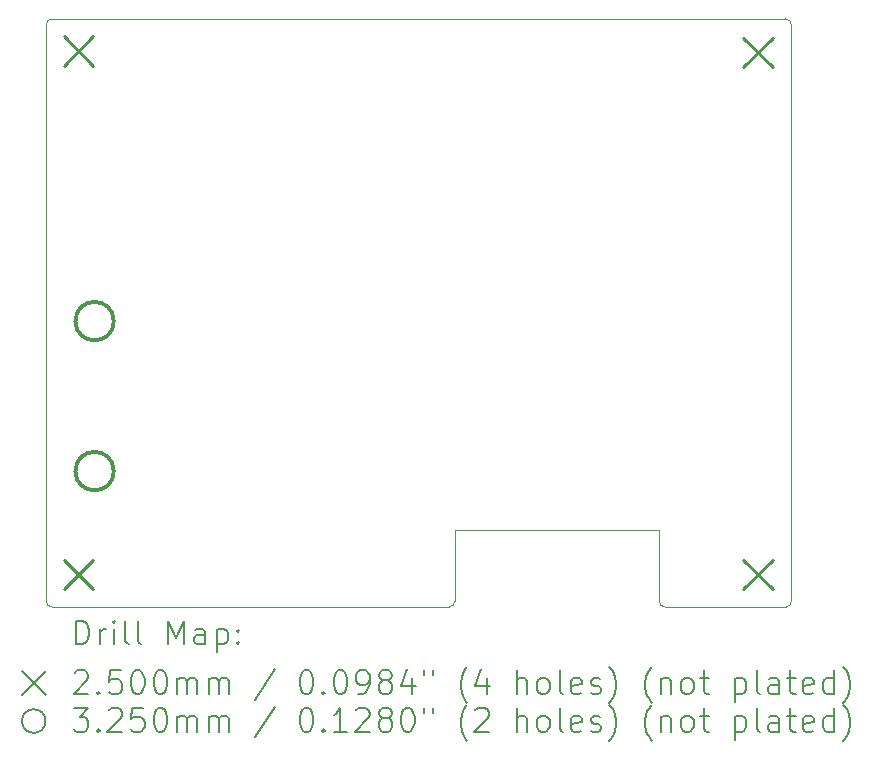
<source format=gbr>
%FSLAX45Y45*%
G04 Gerber Fmt 4.5, Leading zero omitted, Abs format (unit mm)*
G04 Created by KiCad (PCBNEW (6.0.1-0)) date 2022-01-18 00:38:37*
%MOMM*%
%LPD*%
G01*
G04 APERTURE LIST*
%TA.AperFunction,Profile*%
%ADD10C,0.100000*%
%TD*%
%ADD11C,0.200000*%
%ADD12C,0.250000*%
%ADD13C,0.325000*%
G04 APERTURE END LIST*
D10*
X5273200Y-15596800D02*
G75*
G03*
X5323200Y-15646800I50000J0D01*
G01*
X11533200Y-10666800D02*
X5323200Y-10666800D01*
X8683200Y-15646800D02*
X5323200Y-15646800D01*
X11533200Y-15646800D02*
X10513200Y-15646800D01*
X10463200Y-15596800D02*
G75*
G03*
X10513200Y-15646800I50000J0D01*
G01*
X11533200Y-15646800D02*
G75*
G03*
X11583200Y-15596800I0J50000D01*
G01*
X11583200Y-15596800D02*
X11583200Y-10716800D01*
X10463200Y-14996800D02*
X8733200Y-14996800D01*
X5273200Y-15596800D02*
X5273200Y-10716800D01*
X11583200Y-10716800D02*
G75*
G03*
X11533200Y-10666800I-50000J0D01*
G01*
X10463200Y-15596800D02*
X10463200Y-14996800D01*
X5323200Y-10666800D02*
G75*
G03*
X5273200Y-10716800I0J-50000D01*
G01*
X8683200Y-15646800D02*
G75*
G03*
X8733200Y-15596800I0J50000D01*
G01*
X8733200Y-14996800D02*
X8733200Y-15596800D01*
D11*
D12*
X5423200Y-10813100D02*
X5673200Y-11063100D01*
X5673200Y-10813100D02*
X5423200Y-11063100D01*
X5423200Y-15245400D02*
X5673200Y-15495400D01*
X5673200Y-15245400D02*
X5423200Y-15495400D01*
X11176300Y-10825800D02*
X11426300Y-11075800D01*
X11426300Y-10825800D02*
X11176300Y-11075800D01*
X11176300Y-15245400D02*
X11426300Y-15495400D01*
X11426300Y-15245400D02*
X11176300Y-15495400D01*
D13*
X5845750Y-13225650D02*
G75*
G03*
X5845750Y-13225650I-162500J0D01*
G01*
X5845750Y-14495650D02*
G75*
G03*
X5845750Y-14495650I-162500J0D01*
G01*
D11*
X5525819Y-15962276D02*
X5525819Y-15762276D01*
X5573438Y-15762276D01*
X5602009Y-15771800D01*
X5621057Y-15790848D01*
X5630581Y-15809895D01*
X5640105Y-15847990D01*
X5640105Y-15876562D01*
X5630581Y-15914657D01*
X5621057Y-15933705D01*
X5602009Y-15952752D01*
X5573438Y-15962276D01*
X5525819Y-15962276D01*
X5725819Y-15962276D02*
X5725819Y-15828943D01*
X5725819Y-15867038D02*
X5735343Y-15847990D01*
X5744867Y-15838467D01*
X5763914Y-15828943D01*
X5782962Y-15828943D01*
X5849628Y-15962276D02*
X5849628Y-15828943D01*
X5849628Y-15762276D02*
X5840105Y-15771800D01*
X5849628Y-15781324D01*
X5859152Y-15771800D01*
X5849628Y-15762276D01*
X5849628Y-15781324D01*
X5973438Y-15962276D02*
X5954390Y-15952752D01*
X5944867Y-15933705D01*
X5944867Y-15762276D01*
X6078200Y-15962276D02*
X6059152Y-15952752D01*
X6049628Y-15933705D01*
X6049628Y-15762276D01*
X6306771Y-15962276D02*
X6306771Y-15762276D01*
X6373438Y-15905133D01*
X6440105Y-15762276D01*
X6440105Y-15962276D01*
X6621057Y-15962276D02*
X6621057Y-15857514D01*
X6611533Y-15838467D01*
X6592486Y-15828943D01*
X6554390Y-15828943D01*
X6535343Y-15838467D01*
X6621057Y-15952752D02*
X6602009Y-15962276D01*
X6554390Y-15962276D01*
X6535343Y-15952752D01*
X6525819Y-15933705D01*
X6525819Y-15914657D01*
X6535343Y-15895609D01*
X6554390Y-15886086D01*
X6602009Y-15886086D01*
X6621057Y-15876562D01*
X6716295Y-15828943D02*
X6716295Y-16028943D01*
X6716295Y-15838467D02*
X6735343Y-15828943D01*
X6773438Y-15828943D01*
X6792486Y-15838467D01*
X6802009Y-15847990D01*
X6811533Y-15867038D01*
X6811533Y-15924181D01*
X6802009Y-15943228D01*
X6792486Y-15952752D01*
X6773438Y-15962276D01*
X6735343Y-15962276D01*
X6716295Y-15952752D01*
X6897248Y-15943228D02*
X6906771Y-15952752D01*
X6897248Y-15962276D01*
X6887724Y-15952752D01*
X6897248Y-15943228D01*
X6897248Y-15962276D01*
X6897248Y-15838467D02*
X6906771Y-15847990D01*
X6897248Y-15857514D01*
X6887724Y-15847990D01*
X6897248Y-15838467D01*
X6897248Y-15857514D01*
X5068200Y-16191800D02*
X5268200Y-16391800D01*
X5268200Y-16191800D02*
X5068200Y-16391800D01*
X5516295Y-16201324D02*
X5525819Y-16191800D01*
X5544867Y-16182276D01*
X5592486Y-16182276D01*
X5611533Y-16191800D01*
X5621057Y-16201324D01*
X5630581Y-16220371D01*
X5630581Y-16239419D01*
X5621057Y-16267990D01*
X5506771Y-16382276D01*
X5630581Y-16382276D01*
X5716295Y-16363228D02*
X5725819Y-16372752D01*
X5716295Y-16382276D01*
X5706771Y-16372752D01*
X5716295Y-16363228D01*
X5716295Y-16382276D01*
X5906771Y-16182276D02*
X5811533Y-16182276D01*
X5802009Y-16277514D01*
X5811533Y-16267990D01*
X5830581Y-16258467D01*
X5878200Y-16258467D01*
X5897248Y-16267990D01*
X5906771Y-16277514D01*
X5916295Y-16296562D01*
X5916295Y-16344181D01*
X5906771Y-16363228D01*
X5897248Y-16372752D01*
X5878200Y-16382276D01*
X5830581Y-16382276D01*
X5811533Y-16372752D01*
X5802009Y-16363228D01*
X6040105Y-16182276D02*
X6059152Y-16182276D01*
X6078200Y-16191800D01*
X6087724Y-16201324D01*
X6097248Y-16220371D01*
X6106771Y-16258467D01*
X6106771Y-16306086D01*
X6097248Y-16344181D01*
X6087724Y-16363228D01*
X6078200Y-16372752D01*
X6059152Y-16382276D01*
X6040105Y-16382276D01*
X6021057Y-16372752D01*
X6011533Y-16363228D01*
X6002009Y-16344181D01*
X5992486Y-16306086D01*
X5992486Y-16258467D01*
X6002009Y-16220371D01*
X6011533Y-16201324D01*
X6021057Y-16191800D01*
X6040105Y-16182276D01*
X6230581Y-16182276D02*
X6249628Y-16182276D01*
X6268676Y-16191800D01*
X6278200Y-16201324D01*
X6287724Y-16220371D01*
X6297248Y-16258467D01*
X6297248Y-16306086D01*
X6287724Y-16344181D01*
X6278200Y-16363228D01*
X6268676Y-16372752D01*
X6249628Y-16382276D01*
X6230581Y-16382276D01*
X6211533Y-16372752D01*
X6202009Y-16363228D01*
X6192486Y-16344181D01*
X6182962Y-16306086D01*
X6182962Y-16258467D01*
X6192486Y-16220371D01*
X6202009Y-16201324D01*
X6211533Y-16191800D01*
X6230581Y-16182276D01*
X6382962Y-16382276D02*
X6382962Y-16248943D01*
X6382962Y-16267990D02*
X6392486Y-16258467D01*
X6411533Y-16248943D01*
X6440105Y-16248943D01*
X6459152Y-16258467D01*
X6468676Y-16277514D01*
X6468676Y-16382276D01*
X6468676Y-16277514D02*
X6478200Y-16258467D01*
X6497248Y-16248943D01*
X6525819Y-16248943D01*
X6544867Y-16258467D01*
X6554390Y-16277514D01*
X6554390Y-16382276D01*
X6649628Y-16382276D02*
X6649628Y-16248943D01*
X6649628Y-16267990D02*
X6659152Y-16258467D01*
X6678200Y-16248943D01*
X6706771Y-16248943D01*
X6725819Y-16258467D01*
X6735343Y-16277514D01*
X6735343Y-16382276D01*
X6735343Y-16277514D02*
X6744867Y-16258467D01*
X6763914Y-16248943D01*
X6792486Y-16248943D01*
X6811533Y-16258467D01*
X6821057Y-16277514D01*
X6821057Y-16382276D01*
X7211533Y-16172752D02*
X7040105Y-16429895D01*
X7468676Y-16182276D02*
X7487724Y-16182276D01*
X7506771Y-16191800D01*
X7516295Y-16201324D01*
X7525819Y-16220371D01*
X7535343Y-16258467D01*
X7535343Y-16306086D01*
X7525819Y-16344181D01*
X7516295Y-16363228D01*
X7506771Y-16372752D01*
X7487724Y-16382276D01*
X7468676Y-16382276D01*
X7449628Y-16372752D01*
X7440105Y-16363228D01*
X7430581Y-16344181D01*
X7421057Y-16306086D01*
X7421057Y-16258467D01*
X7430581Y-16220371D01*
X7440105Y-16201324D01*
X7449628Y-16191800D01*
X7468676Y-16182276D01*
X7621057Y-16363228D02*
X7630581Y-16372752D01*
X7621057Y-16382276D01*
X7611533Y-16372752D01*
X7621057Y-16363228D01*
X7621057Y-16382276D01*
X7754390Y-16182276D02*
X7773438Y-16182276D01*
X7792486Y-16191800D01*
X7802009Y-16201324D01*
X7811533Y-16220371D01*
X7821057Y-16258467D01*
X7821057Y-16306086D01*
X7811533Y-16344181D01*
X7802009Y-16363228D01*
X7792486Y-16372752D01*
X7773438Y-16382276D01*
X7754390Y-16382276D01*
X7735343Y-16372752D01*
X7725819Y-16363228D01*
X7716295Y-16344181D01*
X7706771Y-16306086D01*
X7706771Y-16258467D01*
X7716295Y-16220371D01*
X7725819Y-16201324D01*
X7735343Y-16191800D01*
X7754390Y-16182276D01*
X7916295Y-16382276D02*
X7954390Y-16382276D01*
X7973438Y-16372752D01*
X7982962Y-16363228D01*
X8002009Y-16334657D01*
X8011533Y-16296562D01*
X8011533Y-16220371D01*
X8002009Y-16201324D01*
X7992486Y-16191800D01*
X7973438Y-16182276D01*
X7935343Y-16182276D01*
X7916295Y-16191800D01*
X7906771Y-16201324D01*
X7897248Y-16220371D01*
X7897248Y-16267990D01*
X7906771Y-16287038D01*
X7916295Y-16296562D01*
X7935343Y-16306086D01*
X7973438Y-16306086D01*
X7992486Y-16296562D01*
X8002009Y-16287038D01*
X8011533Y-16267990D01*
X8125819Y-16267990D02*
X8106771Y-16258467D01*
X8097248Y-16248943D01*
X8087724Y-16229895D01*
X8087724Y-16220371D01*
X8097248Y-16201324D01*
X8106771Y-16191800D01*
X8125819Y-16182276D01*
X8163914Y-16182276D01*
X8182962Y-16191800D01*
X8192486Y-16201324D01*
X8202009Y-16220371D01*
X8202009Y-16229895D01*
X8192486Y-16248943D01*
X8182962Y-16258467D01*
X8163914Y-16267990D01*
X8125819Y-16267990D01*
X8106771Y-16277514D01*
X8097248Y-16287038D01*
X8087724Y-16306086D01*
X8087724Y-16344181D01*
X8097248Y-16363228D01*
X8106771Y-16372752D01*
X8125819Y-16382276D01*
X8163914Y-16382276D01*
X8182962Y-16372752D01*
X8192486Y-16363228D01*
X8202009Y-16344181D01*
X8202009Y-16306086D01*
X8192486Y-16287038D01*
X8182962Y-16277514D01*
X8163914Y-16267990D01*
X8373438Y-16248943D02*
X8373438Y-16382276D01*
X8325819Y-16172752D02*
X8278200Y-16315609D01*
X8402010Y-16315609D01*
X8468676Y-16182276D02*
X8468676Y-16220371D01*
X8544867Y-16182276D02*
X8544867Y-16220371D01*
X8840105Y-16458467D02*
X8830581Y-16448943D01*
X8811533Y-16420371D01*
X8802010Y-16401324D01*
X8792486Y-16372752D01*
X8782962Y-16325133D01*
X8782962Y-16287038D01*
X8792486Y-16239419D01*
X8802010Y-16210848D01*
X8811533Y-16191800D01*
X8830581Y-16163228D01*
X8840105Y-16153705D01*
X9002010Y-16248943D02*
X9002010Y-16382276D01*
X8954390Y-16172752D02*
X8906771Y-16315609D01*
X9030581Y-16315609D01*
X9259152Y-16382276D02*
X9259152Y-16182276D01*
X9344867Y-16382276D02*
X9344867Y-16277514D01*
X9335343Y-16258467D01*
X9316295Y-16248943D01*
X9287724Y-16248943D01*
X9268676Y-16258467D01*
X9259152Y-16267990D01*
X9468676Y-16382276D02*
X9449629Y-16372752D01*
X9440105Y-16363228D01*
X9430581Y-16344181D01*
X9430581Y-16287038D01*
X9440105Y-16267990D01*
X9449629Y-16258467D01*
X9468676Y-16248943D01*
X9497248Y-16248943D01*
X9516295Y-16258467D01*
X9525819Y-16267990D01*
X9535343Y-16287038D01*
X9535343Y-16344181D01*
X9525819Y-16363228D01*
X9516295Y-16372752D01*
X9497248Y-16382276D01*
X9468676Y-16382276D01*
X9649629Y-16382276D02*
X9630581Y-16372752D01*
X9621057Y-16353705D01*
X9621057Y-16182276D01*
X9802010Y-16372752D02*
X9782962Y-16382276D01*
X9744867Y-16382276D01*
X9725819Y-16372752D01*
X9716295Y-16353705D01*
X9716295Y-16277514D01*
X9725819Y-16258467D01*
X9744867Y-16248943D01*
X9782962Y-16248943D01*
X9802010Y-16258467D01*
X9811533Y-16277514D01*
X9811533Y-16296562D01*
X9716295Y-16315609D01*
X9887724Y-16372752D02*
X9906771Y-16382276D01*
X9944867Y-16382276D01*
X9963914Y-16372752D01*
X9973438Y-16353705D01*
X9973438Y-16344181D01*
X9963914Y-16325133D01*
X9944867Y-16315609D01*
X9916295Y-16315609D01*
X9897248Y-16306086D01*
X9887724Y-16287038D01*
X9887724Y-16277514D01*
X9897248Y-16258467D01*
X9916295Y-16248943D01*
X9944867Y-16248943D01*
X9963914Y-16258467D01*
X10040105Y-16458467D02*
X10049629Y-16448943D01*
X10068676Y-16420371D01*
X10078200Y-16401324D01*
X10087724Y-16372752D01*
X10097248Y-16325133D01*
X10097248Y-16287038D01*
X10087724Y-16239419D01*
X10078200Y-16210848D01*
X10068676Y-16191800D01*
X10049629Y-16163228D01*
X10040105Y-16153705D01*
X10402010Y-16458467D02*
X10392486Y-16448943D01*
X10373438Y-16420371D01*
X10363914Y-16401324D01*
X10354390Y-16372752D01*
X10344867Y-16325133D01*
X10344867Y-16287038D01*
X10354390Y-16239419D01*
X10363914Y-16210848D01*
X10373438Y-16191800D01*
X10392486Y-16163228D01*
X10402010Y-16153705D01*
X10478200Y-16248943D02*
X10478200Y-16382276D01*
X10478200Y-16267990D02*
X10487724Y-16258467D01*
X10506771Y-16248943D01*
X10535343Y-16248943D01*
X10554390Y-16258467D01*
X10563914Y-16277514D01*
X10563914Y-16382276D01*
X10687724Y-16382276D02*
X10668676Y-16372752D01*
X10659152Y-16363228D01*
X10649629Y-16344181D01*
X10649629Y-16287038D01*
X10659152Y-16267990D01*
X10668676Y-16258467D01*
X10687724Y-16248943D01*
X10716295Y-16248943D01*
X10735343Y-16258467D01*
X10744867Y-16267990D01*
X10754390Y-16287038D01*
X10754390Y-16344181D01*
X10744867Y-16363228D01*
X10735343Y-16372752D01*
X10716295Y-16382276D01*
X10687724Y-16382276D01*
X10811533Y-16248943D02*
X10887724Y-16248943D01*
X10840105Y-16182276D02*
X10840105Y-16353705D01*
X10849629Y-16372752D01*
X10868676Y-16382276D01*
X10887724Y-16382276D01*
X11106771Y-16248943D02*
X11106771Y-16448943D01*
X11106771Y-16258467D02*
X11125819Y-16248943D01*
X11163914Y-16248943D01*
X11182962Y-16258467D01*
X11192486Y-16267990D01*
X11202009Y-16287038D01*
X11202009Y-16344181D01*
X11192486Y-16363228D01*
X11182962Y-16372752D01*
X11163914Y-16382276D01*
X11125819Y-16382276D01*
X11106771Y-16372752D01*
X11316295Y-16382276D02*
X11297248Y-16372752D01*
X11287724Y-16353705D01*
X11287724Y-16182276D01*
X11478200Y-16382276D02*
X11478200Y-16277514D01*
X11468676Y-16258467D01*
X11449628Y-16248943D01*
X11411533Y-16248943D01*
X11392486Y-16258467D01*
X11478200Y-16372752D02*
X11459152Y-16382276D01*
X11411533Y-16382276D01*
X11392486Y-16372752D01*
X11382962Y-16353705D01*
X11382962Y-16334657D01*
X11392486Y-16315609D01*
X11411533Y-16306086D01*
X11459152Y-16306086D01*
X11478200Y-16296562D01*
X11544867Y-16248943D02*
X11621057Y-16248943D01*
X11573438Y-16182276D02*
X11573438Y-16353705D01*
X11582962Y-16372752D01*
X11602009Y-16382276D01*
X11621057Y-16382276D01*
X11763914Y-16372752D02*
X11744867Y-16382276D01*
X11706771Y-16382276D01*
X11687724Y-16372752D01*
X11678200Y-16353705D01*
X11678200Y-16277514D01*
X11687724Y-16258467D01*
X11706771Y-16248943D01*
X11744867Y-16248943D01*
X11763914Y-16258467D01*
X11773438Y-16277514D01*
X11773438Y-16296562D01*
X11678200Y-16315609D01*
X11944867Y-16382276D02*
X11944867Y-16182276D01*
X11944867Y-16372752D02*
X11925819Y-16382276D01*
X11887724Y-16382276D01*
X11868676Y-16372752D01*
X11859152Y-16363228D01*
X11849628Y-16344181D01*
X11849628Y-16287038D01*
X11859152Y-16267990D01*
X11868676Y-16258467D01*
X11887724Y-16248943D01*
X11925819Y-16248943D01*
X11944867Y-16258467D01*
X12021057Y-16458467D02*
X12030581Y-16448943D01*
X12049628Y-16420371D01*
X12059152Y-16401324D01*
X12068676Y-16372752D01*
X12078200Y-16325133D01*
X12078200Y-16287038D01*
X12068676Y-16239419D01*
X12059152Y-16210848D01*
X12049628Y-16191800D01*
X12030581Y-16163228D01*
X12021057Y-16153705D01*
X5268200Y-16611800D02*
G75*
G03*
X5268200Y-16611800I-100000J0D01*
G01*
X5506771Y-16502276D02*
X5630581Y-16502276D01*
X5563914Y-16578467D01*
X5592486Y-16578467D01*
X5611533Y-16587990D01*
X5621057Y-16597514D01*
X5630581Y-16616562D01*
X5630581Y-16664181D01*
X5621057Y-16683228D01*
X5611533Y-16692752D01*
X5592486Y-16702276D01*
X5535343Y-16702276D01*
X5516295Y-16692752D01*
X5506771Y-16683228D01*
X5716295Y-16683228D02*
X5725819Y-16692752D01*
X5716295Y-16702276D01*
X5706771Y-16692752D01*
X5716295Y-16683228D01*
X5716295Y-16702276D01*
X5802009Y-16521324D02*
X5811533Y-16511800D01*
X5830581Y-16502276D01*
X5878200Y-16502276D01*
X5897248Y-16511800D01*
X5906771Y-16521324D01*
X5916295Y-16540371D01*
X5916295Y-16559419D01*
X5906771Y-16587990D01*
X5792486Y-16702276D01*
X5916295Y-16702276D01*
X6097248Y-16502276D02*
X6002009Y-16502276D01*
X5992486Y-16597514D01*
X6002009Y-16587990D01*
X6021057Y-16578467D01*
X6068676Y-16578467D01*
X6087724Y-16587990D01*
X6097248Y-16597514D01*
X6106771Y-16616562D01*
X6106771Y-16664181D01*
X6097248Y-16683228D01*
X6087724Y-16692752D01*
X6068676Y-16702276D01*
X6021057Y-16702276D01*
X6002009Y-16692752D01*
X5992486Y-16683228D01*
X6230581Y-16502276D02*
X6249628Y-16502276D01*
X6268676Y-16511800D01*
X6278200Y-16521324D01*
X6287724Y-16540371D01*
X6297248Y-16578467D01*
X6297248Y-16626086D01*
X6287724Y-16664181D01*
X6278200Y-16683228D01*
X6268676Y-16692752D01*
X6249628Y-16702276D01*
X6230581Y-16702276D01*
X6211533Y-16692752D01*
X6202009Y-16683228D01*
X6192486Y-16664181D01*
X6182962Y-16626086D01*
X6182962Y-16578467D01*
X6192486Y-16540371D01*
X6202009Y-16521324D01*
X6211533Y-16511800D01*
X6230581Y-16502276D01*
X6382962Y-16702276D02*
X6382962Y-16568943D01*
X6382962Y-16587990D02*
X6392486Y-16578467D01*
X6411533Y-16568943D01*
X6440105Y-16568943D01*
X6459152Y-16578467D01*
X6468676Y-16597514D01*
X6468676Y-16702276D01*
X6468676Y-16597514D02*
X6478200Y-16578467D01*
X6497248Y-16568943D01*
X6525819Y-16568943D01*
X6544867Y-16578467D01*
X6554390Y-16597514D01*
X6554390Y-16702276D01*
X6649628Y-16702276D02*
X6649628Y-16568943D01*
X6649628Y-16587990D02*
X6659152Y-16578467D01*
X6678200Y-16568943D01*
X6706771Y-16568943D01*
X6725819Y-16578467D01*
X6735343Y-16597514D01*
X6735343Y-16702276D01*
X6735343Y-16597514D02*
X6744867Y-16578467D01*
X6763914Y-16568943D01*
X6792486Y-16568943D01*
X6811533Y-16578467D01*
X6821057Y-16597514D01*
X6821057Y-16702276D01*
X7211533Y-16492752D02*
X7040105Y-16749895D01*
X7468676Y-16502276D02*
X7487724Y-16502276D01*
X7506771Y-16511800D01*
X7516295Y-16521324D01*
X7525819Y-16540371D01*
X7535343Y-16578467D01*
X7535343Y-16626086D01*
X7525819Y-16664181D01*
X7516295Y-16683228D01*
X7506771Y-16692752D01*
X7487724Y-16702276D01*
X7468676Y-16702276D01*
X7449628Y-16692752D01*
X7440105Y-16683228D01*
X7430581Y-16664181D01*
X7421057Y-16626086D01*
X7421057Y-16578467D01*
X7430581Y-16540371D01*
X7440105Y-16521324D01*
X7449628Y-16511800D01*
X7468676Y-16502276D01*
X7621057Y-16683228D02*
X7630581Y-16692752D01*
X7621057Y-16702276D01*
X7611533Y-16692752D01*
X7621057Y-16683228D01*
X7621057Y-16702276D01*
X7821057Y-16702276D02*
X7706771Y-16702276D01*
X7763914Y-16702276D02*
X7763914Y-16502276D01*
X7744867Y-16530848D01*
X7725819Y-16549895D01*
X7706771Y-16559419D01*
X7897248Y-16521324D02*
X7906771Y-16511800D01*
X7925819Y-16502276D01*
X7973438Y-16502276D01*
X7992486Y-16511800D01*
X8002009Y-16521324D01*
X8011533Y-16540371D01*
X8011533Y-16559419D01*
X8002009Y-16587990D01*
X7887724Y-16702276D01*
X8011533Y-16702276D01*
X8125819Y-16587990D02*
X8106771Y-16578467D01*
X8097248Y-16568943D01*
X8087724Y-16549895D01*
X8087724Y-16540371D01*
X8097248Y-16521324D01*
X8106771Y-16511800D01*
X8125819Y-16502276D01*
X8163914Y-16502276D01*
X8182962Y-16511800D01*
X8192486Y-16521324D01*
X8202009Y-16540371D01*
X8202009Y-16549895D01*
X8192486Y-16568943D01*
X8182962Y-16578467D01*
X8163914Y-16587990D01*
X8125819Y-16587990D01*
X8106771Y-16597514D01*
X8097248Y-16607038D01*
X8087724Y-16626086D01*
X8087724Y-16664181D01*
X8097248Y-16683228D01*
X8106771Y-16692752D01*
X8125819Y-16702276D01*
X8163914Y-16702276D01*
X8182962Y-16692752D01*
X8192486Y-16683228D01*
X8202009Y-16664181D01*
X8202009Y-16626086D01*
X8192486Y-16607038D01*
X8182962Y-16597514D01*
X8163914Y-16587990D01*
X8325819Y-16502276D02*
X8344867Y-16502276D01*
X8363914Y-16511800D01*
X8373438Y-16521324D01*
X8382962Y-16540371D01*
X8392486Y-16578467D01*
X8392486Y-16626086D01*
X8382962Y-16664181D01*
X8373438Y-16683228D01*
X8363914Y-16692752D01*
X8344867Y-16702276D01*
X8325819Y-16702276D01*
X8306771Y-16692752D01*
X8297248Y-16683228D01*
X8287724Y-16664181D01*
X8278200Y-16626086D01*
X8278200Y-16578467D01*
X8287724Y-16540371D01*
X8297248Y-16521324D01*
X8306771Y-16511800D01*
X8325819Y-16502276D01*
X8468676Y-16502276D02*
X8468676Y-16540371D01*
X8544867Y-16502276D02*
X8544867Y-16540371D01*
X8840105Y-16778467D02*
X8830581Y-16768943D01*
X8811533Y-16740371D01*
X8802010Y-16721324D01*
X8792486Y-16692752D01*
X8782962Y-16645133D01*
X8782962Y-16607038D01*
X8792486Y-16559419D01*
X8802010Y-16530848D01*
X8811533Y-16511800D01*
X8830581Y-16483228D01*
X8840105Y-16473705D01*
X8906771Y-16521324D02*
X8916295Y-16511800D01*
X8935343Y-16502276D01*
X8982962Y-16502276D01*
X9002010Y-16511800D01*
X9011533Y-16521324D01*
X9021057Y-16540371D01*
X9021057Y-16559419D01*
X9011533Y-16587990D01*
X8897248Y-16702276D01*
X9021057Y-16702276D01*
X9259152Y-16702276D02*
X9259152Y-16502276D01*
X9344867Y-16702276D02*
X9344867Y-16597514D01*
X9335343Y-16578467D01*
X9316295Y-16568943D01*
X9287724Y-16568943D01*
X9268676Y-16578467D01*
X9259152Y-16587990D01*
X9468676Y-16702276D02*
X9449629Y-16692752D01*
X9440105Y-16683228D01*
X9430581Y-16664181D01*
X9430581Y-16607038D01*
X9440105Y-16587990D01*
X9449629Y-16578467D01*
X9468676Y-16568943D01*
X9497248Y-16568943D01*
X9516295Y-16578467D01*
X9525819Y-16587990D01*
X9535343Y-16607038D01*
X9535343Y-16664181D01*
X9525819Y-16683228D01*
X9516295Y-16692752D01*
X9497248Y-16702276D01*
X9468676Y-16702276D01*
X9649629Y-16702276D02*
X9630581Y-16692752D01*
X9621057Y-16673705D01*
X9621057Y-16502276D01*
X9802010Y-16692752D02*
X9782962Y-16702276D01*
X9744867Y-16702276D01*
X9725819Y-16692752D01*
X9716295Y-16673705D01*
X9716295Y-16597514D01*
X9725819Y-16578467D01*
X9744867Y-16568943D01*
X9782962Y-16568943D01*
X9802010Y-16578467D01*
X9811533Y-16597514D01*
X9811533Y-16616562D01*
X9716295Y-16635609D01*
X9887724Y-16692752D02*
X9906771Y-16702276D01*
X9944867Y-16702276D01*
X9963914Y-16692752D01*
X9973438Y-16673705D01*
X9973438Y-16664181D01*
X9963914Y-16645133D01*
X9944867Y-16635609D01*
X9916295Y-16635609D01*
X9897248Y-16626086D01*
X9887724Y-16607038D01*
X9887724Y-16597514D01*
X9897248Y-16578467D01*
X9916295Y-16568943D01*
X9944867Y-16568943D01*
X9963914Y-16578467D01*
X10040105Y-16778467D02*
X10049629Y-16768943D01*
X10068676Y-16740371D01*
X10078200Y-16721324D01*
X10087724Y-16692752D01*
X10097248Y-16645133D01*
X10097248Y-16607038D01*
X10087724Y-16559419D01*
X10078200Y-16530848D01*
X10068676Y-16511800D01*
X10049629Y-16483228D01*
X10040105Y-16473705D01*
X10402010Y-16778467D02*
X10392486Y-16768943D01*
X10373438Y-16740371D01*
X10363914Y-16721324D01*
X10354390Y-16692752D01*
X10344867Y-16645133D01*
X10344867Y-16607038D01*
X10354390Y-16559419D01*
X10363914Y-16530848D01*
X10373438Y-16511800D01*
X10392486Y-16483228D01*
X10402010Y-16473705D01*
X10478200Y-16568943D02*
X10478200Y-16702276D01*
X10478200Y-16587990D02*
X10487724Y-16578467D01*
X10506771Y-16568943D01*
X10535343Y-16568943D01*
X10554390Y-16578467D01*
X10563914Y-16597514D01*
X10563914Y-16702276D01*
X10687724Y-16702276D02*
X10668676Y-16692752D01*
X10659152Y-16683228D01*
X10649629Y-16664181D01*
X10649629Y-16607038D01*
X10659152Y-16587990D01*
X10668676Y-16578467D01*
X10687724Y-16568943D01*
X10716295Y-16568943D01*
X10735343Y-16578467D01*
X10744867Y-16587990D01*
X10754390Y-16607038D01*
X10754390Y-16664181D01*
X10744867Y-16683228D01*
X10735343Y-16692752D01*
X10716295Y-16702276D01*
X10687724Y-16702276D01*
X10811533Y-16568943D02*
X10887724Y-16568943D01*
X10840105Y-16502276D02*
X10840105Y-16673705D01*
X10849629Y-16692752D01*
X10868676Y-16702276D01*
X10887724Y-16702276D01*
X11106771Y-16568943D02*
X11106771Y-16768943D01*
X11106771Y-16578467D02*
X11125819Y-16568943D01*
X11163914Y-16568943D01*
X11182962Y-16578467D01*
X11192486Y-16587990D01*
X11202009Y-16607038D01*
X11202009Y-16664181D01*
X11192486Y-16683228D01*
X11182962Y-16692752D01*
X11163914Y-16702276D01*
X11125819Y-16702276D01*
X11106771Y-16692752D01*
X11316295Y-16702276D02*
X11297248Y-16692752D01*
X11287724Y-16673705D01*
X11287724Y-16502276D01*
X11478200Y-16702276D02*
X11478200Y-16597514D01*
X11468676Y-16578467D01*
X11449628Y-16568943D01*
X11411533Y-16568943D01*
X11392486Y-16578467D01*
X11478200Y-16692752D02*
X11459152Y-16702276D01*
X11411533Y-16702276D01*
X11392486Y-16692752D01*
X11382962Y-16673705D01*
X11382962Y-16654657D01*
X11392486Y-16635609D01*
X11411533Y-16626086D01*
X11459152Y-16626086D01*
X11478200Y-16616562D01*
X11544867Y-16568943D02*
X11621057Y-16568943D01*
X11573438Y-16502276D02*
X11573438Y-16673705D01*
X11582962Y-16692752D01*
X11602009Y-16702276D01*
X11621057Y-16702276D01*
X11763914Y-16692752D02*
X11744867Y-16702276D01*
X11706771Y-16702276D01*
X11687724Y-16692752D01*
X11678200Y-16673705D01*
X11678200Y-16597514D01*
X11687724Y-16578467D01*
X11706771Y-16568943D01*
X11744867Y-16568943D01*
X11763914Y-16578467D01*
X11773438Y-16597514D01*
X11773438Y-16616562D01*
X11678200Y-16635609D01*
X11944867Y-16702276D02*
X11944867Y-16502276D01*
X11944867Y-16692752D02*
X11925819Y-16702276D01*
X11887724Y-16702276D01*
X11868676Y-16692752D01*
X11859152Y-16683228D01*
X11849628Y-16664181D01*
X11849628Y-16607038D01*
X11859152Y-16587990D01*
X11868676Y-16578467D01*
X11887724Y-16568943D01*
X11925819Y-16568943D01*
X11944867Y-16578467D01*
X12021057Y-16778467D02*
X12030581Y-16768943D01*
X12049628Y-16740371D01*
X12059152Y-16721324D01*
X12068676Y-16692752D01*
X12078200Y-16645133D01*
X12078200Y-16607038D01*
X12068676Y-16559419D01*
X12059152Y-16530848D01*
X12049628Y-16511800D01*
X12030581Y-16483228D01*
X12021057Y-16473705D01*
M02*

</source>
